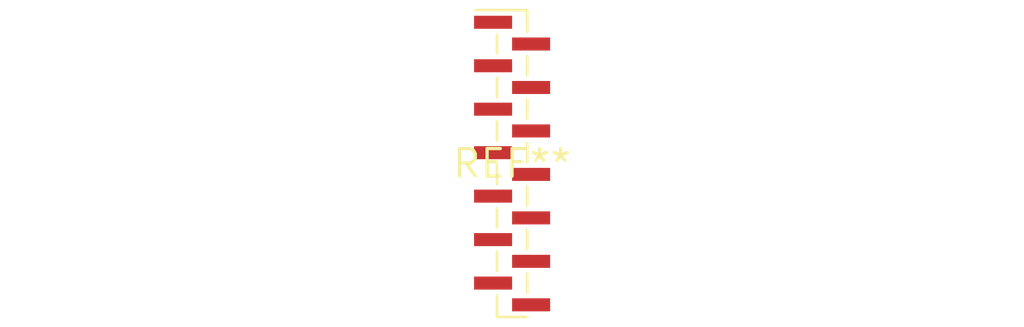
<source format=kicad_pcb>
(kicad_pcb (version 20240108) (generator pcbnew)
  (layers (0 "F.Cu" signal) (31 "B.Cu" signal) (34 "B.Paste" user) (35 "F.Paste" user) (36 "B.SilkS" user "B.Silkscreen") (37 "F.SilkS" user "F.Silkscreen") (38 "B.Mask" user) (39 "F.Mask" user) (44 "Edge.Cuts" user))
  (net 0 "")
  (footprint "PinHeader_1x14_P1.00mm_Vertical_SMD_Pin1Left" (layer "F.Cu") (at 0 0)
    (property "Reference" "REF**")
    (property "Value" "PinHeader_1x14_P1.00mm_Vertical_SMD_Pin1Left")
    (fp_line (start -0.695 -7.06) (end -1.69 -7.06) (layer "F.SilkS") (stroke (width 0.12)))
    (fp_line (start -0.695 -7.06) (end -0.695 -7.06) (layer "F.SilkS") (stroke (width 0.12)))
    (fp_line (start -0.695 -7.06) (end 0.695 -7.06) (layer "F.SilkS") (stroke (width 0.12)))
    (fp_line (start -0.695 -5.94) (end -0.695 -5.06) (layer "F.SilkS") (stroke (width 0.12)))
    (fp_line (start -0.695 -3.94) (end -0.695 -3.06) (layer "F.SilkS") (stroke (width 0.12)))
    (fp_line (start -0.695 -1.94) (end -0.695 -1.06) (layer "F.SilkS") (stroke (width 0.12)))
    (fp_line (start -0.695 0.06) (end -0.695 0.94) (layer "F.SilkS") (stroke (width 0.12)))
    (fp_line (start -0.695 2.06) (end -0.695 2.94) (layer "F.SilkS") (stroke (width 0.12)))
    (fp_line (start -0.695 4.06) (end -0.695 4.94) (layer "F.SilkS") (stroke (width 0.12)))
    (fp_line (start -0.695 6.06) (end -0.695 7.06) (layer "F.SilkS") (stroke (width 0.12)))
    (fp_line (start -0.695 7.06) (end 0.695 7.06) (layer "F.SilkS") (stroke (width 0.12)))
    (fp_line (start 0.695 -7.06) (end 0.695 -6.06) (layer "F.SilkS") (stroke (width 0.12)))
    (fp_line (start 0.695 -4.94) (end 0.695 -4.06) (layer "F.SilkS") (stroke (width 0.12)))
    (fp_line (start 0.695 -2.94) (end 0.695 -2.06) (layer "F.SilkS") (stroke (width 0.12)))
    (fp_line (start 0.695 -0.94) (end 0.695 -0.06) (layer "F.SilkS") (stroke (width 0.12)))
    (fp_line (start 0.695 1.06) (end 0.695 1.94) (layer "F.SilkS") (stroke (width 0.12)))
    (fp_line (start 0.695 3.06) (end 0.695 3.94) (layer "F.SilkS") (stroke (width 0.12)))
    (fp_line (start 0.695 5.06) (end 0.695 5.94) (layer "F.SilkS") (stroke (width 0.12)))
    (fp_line (start 0.695 7.06) (end 0.695 7.06) (layer "F.SilkS") (stroke (width 0.12)))
    (pad "1" smd rect (at -0.875 -6.5) (size 1.75 0.6) (layers "F.Cu" "F.Paste" "F.Mask"))
    (pad "2" smd rect (at 0.875 -5.5) (size 1.75 0.6) (layers "F.Cu" "F.Paste" "F.Mask"))
    (pad "3" smd rect (at -0.875 -4.5) (size 1.75 0.6) (layers "F.Cu" "F.Paste" "F.Mask"))
    (pad "4" smd rect (at 0.875 -3.5) (size 1.75 0.6) (layers "F.Cu" "F.Paste" "F.Mask"))
    (pad "5" smd rect (at -0.875 -2.5) (size 1.75 0.6) (layers "F.Cu" "F.Paste" "F.Mask"))
    (pad "6" smd rect (at 0.875 -1.5) (size 1.75 0.6) (layers "F.Cu" "F.Paste" "F.Mask"))
    (pad "7" smd rect (at -0.875 -0.5) (size 1.75 0.6) (layers "F.Cu" "F.Paste" "F.Mask"))
    (pad "8" smd rect (at 0.875 0.5) (size 1.75 0.6) (layers "F.Cu" "F.Paste" "F.Mask"))
    (pad "9" smd rect (at -0.875 1.5) (size 1.75 0.6) (layers "F.Cu" "F.Paste" "F.Mask"))
    (pad "10" smd rect (at 0.875 2.5) (size 1.75 0.6) (layers "F.Cu" "F.Paste" "F.Mask"))
    (pad "11" smd rect (at -0.875 3.5) (size 1.75 0.6) (layers "F.Cu" "F.Paste" "F.Mask"))
    (pad "12" smd rect (at 0.875 4.5) (size 1.75 0.6) (layers "F.Cu" "F.Paste" "F.Mask"))
    (pad "13" smd rect (at -0.875 5.5) (size 1.75 0.6) (layers "F.Cu" "F.Paste" "F.Mask"))
    (pad "14" smd rect (at 0.875 6.5) (size 1.75 0.6) (layers "F.Cu" "F.Paste" "F.Mask"))
  )
)
</source>
